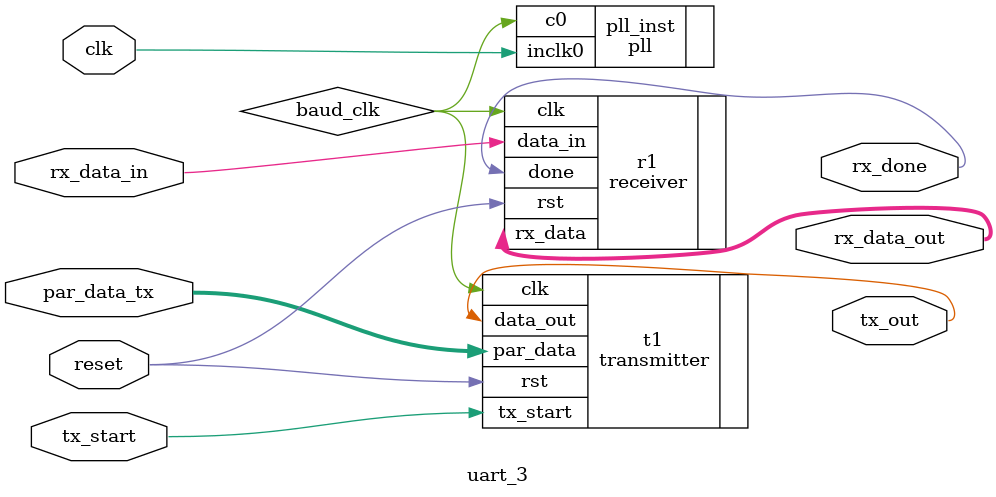
<source format=v>



//receiver r1(clk,rx,rx_data,done);
//transmitter t1(clk,tx_start,par_data_tx,tx);

//clk_counter c1(clk,reset,inc_count,cnt_out);



module uart_3(clk,reset,rx_data_in,tx_start,par_data_tx,rx_data_out,tx_out,rx_done);

input clk,reset,rx_data_in,tx_start;
input [7:0] par_data_tx;
output [7:0] rx_data_out;
output tx_out,rx_done;

wire baud_clk;

//assign clk_out = baud_clk;

//receiver r1(clk,tx,rx_data,done);
//transmitter t1(clk,tx_start,par_data_tx,tx);

//pll	pll_inst ( .inclk0 ( clk ), .c0 ( baud_clk ) );
pll	pll_inst ( .inclk0 (clk), .c0 (baud_clk) );

//baud_generator b1( .rst(reset), .clk_in(clk), .clk_out(baud_clk) );

receiver r1 ( .clk(baud_clk), .rst(reset), .data_in(rx_data_in), .rx_data(rx_data_out), .done(rx_done) );

transmitter t1 ( .clk(baud_clk), .rst(reset), .tx_start(tx_start), .par_data(par_data_tx), .data_out(tx_out) );

endmodule 
</source>
